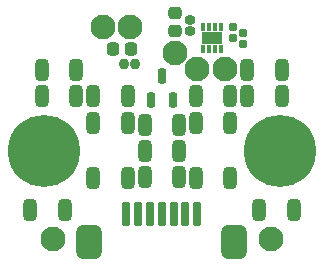
<source format=gts>
G04*
G04 #@! TF.GenerationSoftware,Altium Limited,Altium Designer,22.3.1 (43)*
G04*
G04 Layer_Color=8388736*
%FSLAX43Y43*%
%MOMM*%
G71*
G04*
G04 #@! TF.SameCoordinates,F389CC65-E95C-4BCE-9A9B-47759D9C4056*
G04*
G04*
G04 #@! TF.FilePolarity,Negative*
G04*
G01*
G75*
%ADD23C,2.100*%
G04:AMPARAMS|DCode=24|XSize=1.11mm|YSize=1.83mm|CornerRadius=0.303mm|HoleSize=0mm|Usage=FLASHONLY|Rotation=180.000|XOffset=0mm|YOffset=0mm|HoleType=Round|Shape=RoundedRectangle|*
%AMROUNDEDRECTD24*
21,1,1.110,1.225,0,0,180.0*
21,1,0.505,1.830,0,0,180.0*
1,1,0.605,-0.253,0.613*
1,1,0.605,0.253,0.613*
1,1,0.605,0.253,-0.613*
1,1,0.605,-0.253,-0.613*
%
%ADD24ROUNDEDRECTD24*%
G04:AMPARAMS|DCode=25|XSize=2mm|YSize=0.7mm|CornerRadius=0.206mm|HoleSize=0mm|Usage=FLASHONLY|Rotation=270.000|XOffset=0mm|YOffset=0mm|HoleType=Round|Shape=RoundedRectangle|*
%AMROUNDEDRECTD25*
21,1,2.000,0.288,0,0,270.0*
21,1,1.588,0.700,0,0,270.0*
1,1,0.412,-0.144,-0.794*
1,1,0.412,-0.144,0.794*
1,1,0.412,0.144,0.794*
1,1,0.412,0.144,-0.794*
%
%ADD25ROUNDEDRECTD25*%
G04:AMPARAMS|DCode=26|XSize=2.9mm|YSize=2.2mm|CornerRadius=0.596mm|HoleSize=0mm|Usage=FLASHONLY|Rotation=270.000|XOffset=0mm|YOffset=0mm|HoleType=Round|Shape=RoundedRectangle|*
%AMROUNDEDRECTD26*
21,1,2.900,1.008,0,0,270.0*
21,1,1.708,2.200,0,0,270.0*
1,1,1.192,-0.504,-0.854*
1,1,1.192,-0.504,0.854*
1,1,1.192,0.504,0.854*
1,1,1.192,0.504,-0.854*
%
%ADD26ROUNDEDRECTD26*%
G04:AMPARAMS|DCode=27|XSize=0.78mm|YSize=0.8mm|CornerRadius=0.22mm|HoleSize=0mm|Usage=FLASHONLY|Rotation=0.000|XOffset=0mm|YOffset=0mm|HoleType=Round|Shape=RoundedRectangle|*
%AMROUNDEDRECTD27*
21,1,0.780,0.360,0,0,0.0*
21,1,0.340,0.800,0,0,0.0*
1,1,0.440,0.170,-0.180*
1,1,0.440,-0.170,-0.180*
1,1,0.440,-0.170,0.180*
1,1,0.440,0.170,0.180*
%
%ADD27ROUNDEDRECTD27*%
G04:AMPARAMS|DCode=28|XSize=1.05mm|YSize=1.12mm|CornerRadius=0.292mm|HoleSize=0mm|Usage=FLASHONLY|Rotation=270.000|XOffset=0mm|YOffset=0mm|HoleType=Round|Shape=RoundedRectangle|*
%AMROUNDEDRECTD28*
21,1,1.050,0.535,0,0,270.0*
21,1,0.466,1.120,0,0,270.0*
1,1,0.585,-0.268,-0.233*
1,1,0.585,-0.268,0.233*
1,1,0.585,0.268,0.233*
1,1,0.585,0.268,-0.233*
%
%ADD28ROUNDEDRECTD28*%
G04:AMPARAMS|DCode=29|XSize=1.05mm|YSize=1.12mm|CornerRadius=0.292mm|HoleSize=0mm|Usage=FLASHONLY|Rotation=0.000|XOffset=0mm|YOffset=0mm|HoleType=Round|Shape=RoundedRectangle|*
%AMROUNDEDRECTD29*
21,1,1.050,0.535,0,0,0.0*
21,1,0.466,1.120,0,0,0.0*
1,1,0.585,0.233,-0.268*
1,1,0.585,-0.233,-0.268*
1,1,0.585,-0.233,0.268*
1,1,0.585,0.233,0.268*
%
%ADD29ROUNDEDRECTD29*%
G04:AMPARAMS|DCode=30|XSize=0.67mm|YSize=0.68mm|CornerRadius=0.19mm|HoleSize=0mm|Usage=FLASHONLY|Rotation=90.000|XOffset=0mm|YOffset=0mm|HoleType=Round|Shape=RoundedRectangle|*
%AMROUNDEDRECTD30*
21,1,0.670,0.301,0,0,90.0*
21,1,0.291,0.680,0,0,90.0*
1,1,0.379,0.150,0.145*
1,1,0.379,0.150,-0.145*
1,1,0.379,-0.150,-0.145*
1,1,0.379,-0.150,0.145*
%
%ADD30ROUNDEDRECTD30*%
G04:AMPARAMS|DCode=31|XSize=0.78mm|YSize=0.8mm|CornerRadius=0.22mm|HoleSize=0mm|Usage=FLASHONLY|Rotation=270.000|XOffset=0mm|YOffset=0mm|HoleType=Round|Shape=RoundedRectangle|*
%AMROUNDEDRECTD31*
21,1,0.780,0.360,0,0,270.0*
21,1,0.340,0.800,0,0,270.0*
1,1,0.440,-0.180,-0.170*
1,1,0.440,-0.180,0.170*
1,1,0.440,0.180,0.170*
1,1,0.440,0.180,-0.170*
%
%ADD31ROUNDEDRECTD31*%
G04:AMPARAMS|DCode=32|XSize=0.71mm|YSize=0.38mm|CornerRadius=0.12mm|HoleSize=0mm|Usage=FLASHONLY|Rotation=270.000|XOffset=0mm|YOffset=0mm|HoleType=Round|Shape=RoundedRectangle|*
%AMROUNDEDRECTD32*
21,1,0.710,0.140,0,0,270.0*
21,1,0.470,0.380,0,0,270.0*
1,1,0.240,-0.070,-0.235*
1,1,0.240,-0.070,0.235*
1,1,0.240,0.070,0.235*
1,1,0.240,0.070,-0.235*
%
%ADD32ROUNDEDRECTD32*%
%ADD33R,1.700X1.000*%
G04:AMPARAMS|DCode=34|XSize=1.28mm|YSize=0.72mm|CornerRadius=0.211mm|HoleSize=0mm|Usage=FLASHONLY|Rotation=270.000|XOffset=0mm|YOffset=0mm|HoleType=Round|Shape=RoundedRectangle|*
%AMROUNDEDRECTD34*
21,1,1.280,0.298,0,0,270.0*
21,1,0.858,0.720,0,0,270.0*
1,1,0.422,-0.149,-0.429*
1,1,0.422,-0.149,0.429*
1,1,0.422,0.149,0.429*
1,1,0.422,0.149,-0.429*
%
%ADD34ROUNDEDRECTD34*%
%ADD35C,6.100*%
D23*
X-9200Y-7500D02*
D03*
X9200D02*
D03*
X-4975Y10475D02*
D03*
X5325Y6875D02*
D03*
X2950D02*
D03*
X1075Y8275D02*
D03*
X-2700Y10475D02*
D03*
D24*
X-11160Y-5000D02*
D03*
X-8240D02*
D03*
X-10160Y6850D02*
D03*
X-7240D02*
D03*
X-10160Y4650D02*
D03*
X-7240D02*
D03*
X-5810Y2300D02*
D03*
X-2890D02*
D03*
X-5810Y4600D02*
D03*
X-2890D02*
D03*
X-5810Y-2300D02*
D03*
X-2890D02*
D03*
X-1460Y2200D02*
D03*
X1460D02*
D03*
X-1460Y0D02*
D03*
X1460D02*
D03*
X-1460Y-2200D02*
D03*
X1460D02*
D03*
X7240Y4650D02*
D03*
X10160D02*
D03*
X2890Y-2300D02*
D03*
X5810D02*
D03*
X2890Y4600D02*
D03*
X5810D02*
D03*
X2890Y2300D02*
D03*
X5810D02*
D03*
X8240Y-5000D02*
D03*
X11160D02*
D03*
X7240Y6850D02*
D03*
X10160D02*
D03*
D25*
X-3000Y-5350D02*
D03*
X-2000D02*
D03*
X-1000Y-5350D02*
D03*
X0D02*
D03*
X1000D02*
D03*
X2000D02*
D03*
X3000Y-5350D02*
D03*
D26*
X-6150Y-7700D02*
D03*
X6150Y-7700D02*
D03*
D27*
X-2280Y7300D02*
D03*
X-3220D02*
D03*
D28*
X1125Y10165D02*
D03*
Y11635D02*
D03*
D29*
X-2640Y8600D02*
D03*
X-4110D02*
D03*
D30*
X6000Y10495D02*
D03*
Y9565D02*
D03*
X6900Y9965D02*
D03*
Y9035D02*
D03*
D31*
X2400Y10105D02*
D03*
Y11045D02*
D03*
D32*
X3475Y8570D02*
D03*
X3975D02*
D03*
X4475D02*
D03*
X4975D02*
D03*
Y10480D02*
D03*
X4475D02*
D03*
X3975D02*
D03*
X3475D02*
D03*
D33*
X4225Y9525D02*
D03*
D34*
X-950Y4240D02*
D03*
X950D02*
D03*
X0Y6310D02*
D03*
D35*
X-10000Y0D02*
D03*
X10000D02*
D03*
M02*

</source>
